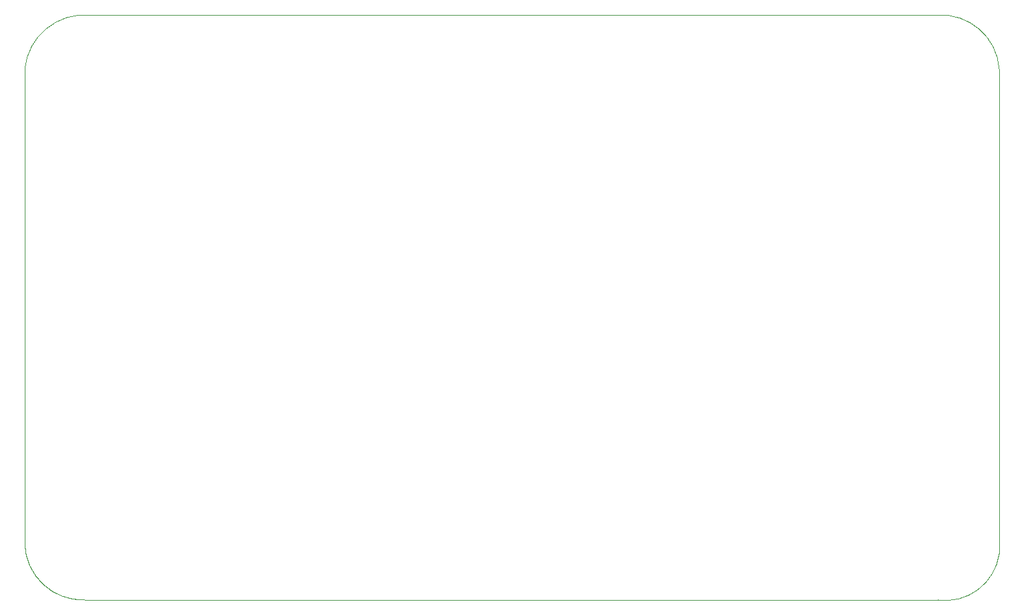
<source format=gbr>
%TF.GenerationSoftware,KiCad,Pcbnew,(6.0.7)*%
%TF.CreationDate,2022-11-15T15:08:32+02:00*%
%TF.ProjectId,Cell_Holder_Board,43656c6c-5f48-46f6-9c64-65725f426f61,rev?*%
%TF.SameCoordinates,Original*%
%TF.FileFunction,Other,User*%
%FSLAX46Y46*%
G04 Gerber Fmt 4.6, Leading zero omitted, Abs format (unit mm)*
G04 Created by KiCad (PCBNEW (6.0.7)) date 2022-11-15 15:08:32*
%MOMM*%
%LPD*%
G01*
G04 APERTURE LIST*
%TA.AperFunction,Profile*%
%ADD10C,0.100000*%
%TD*%
%ADD11C,0.100000*%
G04 APERTURE END LIST*
D10*
X157658800Y-34927400D02*
X47658800Y-34927400D01*
X165658800Y-104927400D02*
X165658800Y-41927400D01*
X157658800Y-110927402D02*
G75*
G03*
X165658800Y-104927400I1010310J6986252D01*
G01*
X39158800Y-41927400D02*
X39158800Y-103677400D01*
X165658813Y-41927399D02*
G75*
G03*
X157658800Y-34927400I-7530713J-535101D01*
G01*
X39158800Y-103677400D02*
G75*
G03*
X46908800Y-110927400I7563800J318200D01*
G01*
X46908800Y-110927400D02*
X157658800Y-110927400D01*
X47658801Y-34927391D02*
G75*
G03*
X39158800Y-41927400I-731661J-7772269D01*
G01*
D11*
X165658800Y-41927400D02*
G75*
G03*
X157658800Y-34927400I-7500000J-500000D01*
G01*
X46908800Y-110927400D02*
X157658800Y-110927400D01*
X39158800Y-103677400D02*
G75*
G03*
X46908800Y-110927400I7500000J250000D01*
G01*
X157658800Y-34927400D02*
X47658800Y-34927400D01*
X39158800Y-41927400D02*
X39158800Y-103677400D01*
X157658800Y-110927400D02*
G75*
G03*
X165658800Y-104927400I1000000J7000000D01*
G01*
X47658800Y-34927400D02*
G75*
G03*
X39158800Y-41927400I-750000J-7750000D01*
G01*
X165658800Y-104927400D02*
X165658800Y-41927400D01*
M02*

</source>
